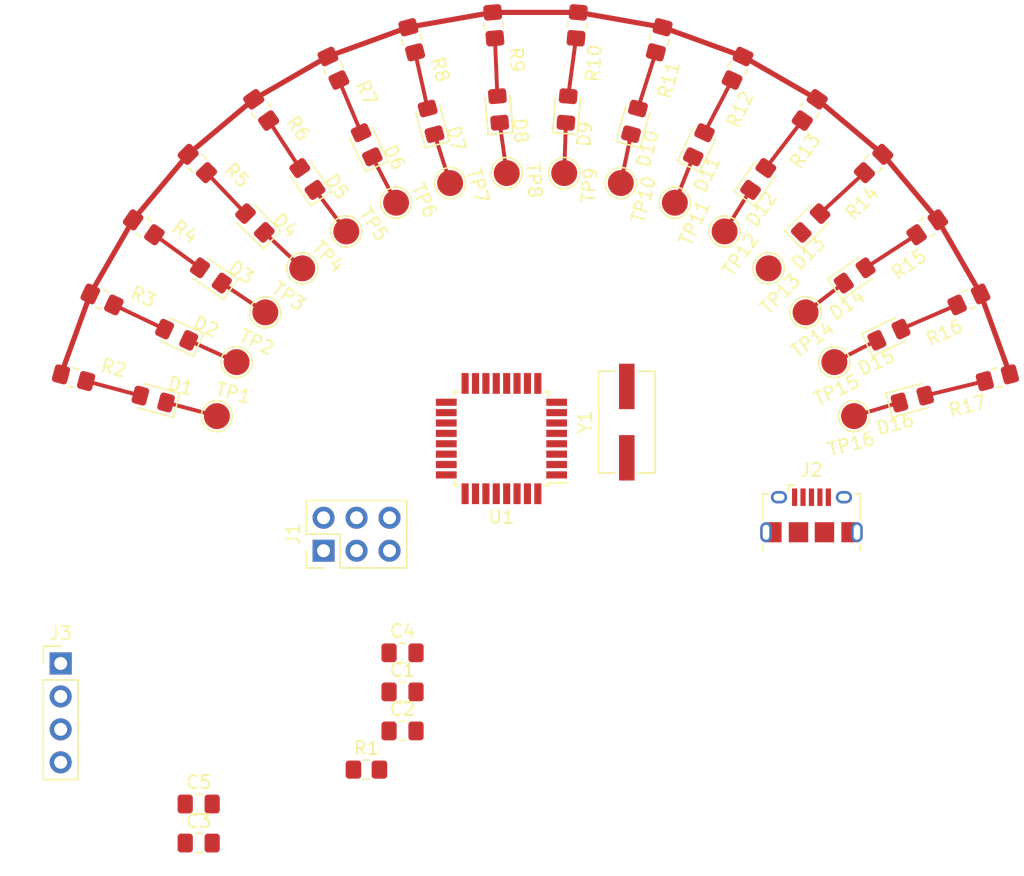
<source format=kicad_pcb>
(kicad_pcb (version 20211014) (generator pcbnew)
  (layers (0 "F.Cu" signal) (31 "B.Cu" signal) (34 "B.Paste" user) (35 "F.Paste" user) (36 "B.SilkS" user "B.Silkscreen") (37 "F.SilkS" user "F.Silkscreen") (38 "B.Mask" user) (39 "F.Mask" user) (44 "Edge.Cuts" user))
  (net 0 "")
  (net 1 "GND")
  (net 2 "Net-(C1-Pad2)")
  (net 3 "VCC")
  (net 4 "Net-(C4-Pad1)")
  (net 5 "Net-(C5-Pad1)")
  (net 6 "/LED1")
  (net 7 "Net-(D1-Pad2)")
  (net 8 "/LED0")
  (net 9 "Net-(D2-Pad2)")
  (net 10 "/LED2")
  (net 11 "Net-(D3-Pad2)")
  (net 12 "/LED3")
  (net 13 "Net-(D4-Pad2)")
  (net 14 "/LED4")
  (net 15 "Net-(D5-Pad2)")
  (net 16 "/LED5")
  (net 17 "Net-(D6-Pad2)")
  (net 18 "/LED6")
  (net 19 "Net-(D7-Pad2)")
  (net 20 "/LED7")
  (net 21 "Net-(D8-Pad2)")
  (net 22 "/LED8")
  (net 23 "Net-(D9-Pad2)")
  (net 24 "/LED9")
  (net 25 "Net-(D10-Pad2)")
  (net 26 "/LED10")
  (net 27 "Net-(D11-Pad2)")
  (net 28 "/LED11")
  (net 29 "Net-(D12-Pad2)")
  (net 30 "/LED12")
  (net 31 "Net-(D13-Pad2)")
  (net 32 "/LED13")
  (net 33 "Net-(D14-Pad2)")
  (net 34 "/LED14")
  (net 35 "Net-(D15-Pad2)")
  (net 36 "/LED15")
  (net 37 "Net-(D16-Pad2)")
  (net 38 "/SDI")
  (net 39 "/SCK")
  (net 40 "/SDO")
  (net 41 "/RESET")
  (net 46 "/ADC0")
  (net 47 "/ADC1")
  (net 49 "/RX")
  (net 50 "/TX")
  (footprint "LED_SMD:LED_0805_2012Metric_Pad1.15x1.40mm_HandSolder" (layer "F.Cu") (at 58.078562 85.026466 105)
    (fp_text reference "D7" (at -1.778 1.523999 105) (layer "F.SilkS"))
    (fp_text value "LED")
    (fp_line (start -1.86 0.96) (end 1 0.96) (layer "F.SilkS") (width 0.12))
    (fp_line (start -1.86 -0.96) (end -1.86 0.96) (layer "F.SilkS") (width 0.12))
    (fp_line (start 1 -0.96) (end -1.86 -0.96) (layer "F.SilkS") (width 0.12))
    (pad "1" smd roundrect (at -1.025 0 105) (size 1.15 1.4) (layers "F.Cu" "F.Paste" "F.Mask") (roundrect_rratio 0.217391) (net 18 "/LED6"))
    (pad "2" smd roundrect (at 1.025 0 105) (size 1.15 1.4) (layers "F.Cu" "F.Paste" "F.Mask") (roundrect_rratio 0.217391) (net 19 "Net-(D7-Pad2)"))
  )
  (footprint "LED_SMD:LED_0805_2012Metric_Pad1.15x1.40mm_HandSolder" (layer "F.Cu") (at 73.745396 85.026465 75)
    (fp_text reference "D10" (at -1.778 1.524 75) (layer "F.SilkS"))
    (fp_text value "LED")
    (fp_line (start -1.86 -0.96) (end -1.86 0.96) (layer "F.SilkS") (width 0.12))
    (fp_line (start -1.86 0.96) (end 1 0.96) (layer "F.SilkS") (width 0.12))
    (fp_line (start 1 -0.96) (end -1.86 -0.96) (layer "F.SilkS") (width 0.12))
    (pad "1" smd roundrect (at -1.025 0 75) (size 1.15 1.4) (layers "F.Cu" "F.Paste" "F.Mask") (roundrect_rratio 0.217391) (net 24 "/LED9"))
    (pad "2" smd roundrect (at 1.025 0 75) (size 1.15 1.4) (layers "F.Cu" "F.Paste" "F.Mask") (roundrect_rratio 0.217391) (net 25 "Net-(D10-Pad2)"))
  )
  (footprint "Resistor_SMD:R_0805_2012Metric_Pad1.20x1.40mm_HandSolder" (layer "F.Cu") (at 35.949316 93.191744 -35)
    (fp_text reference "R4" (at 2.793999 -1.523999 145) (layer "F.SilkS"))
    (fp_text value "R")
    (fp_line (start -0.227064 -0.735) (end 0.227064 -0.735) (layer "F.SilkS") (width 0.12))
    (fp_line (start -0.227064 0.735) (end 0.227064 0.735) (layer "F.SilkS") (width 0.12))
    (pad "1" smd roundrect (at -1 0 325) (size 1.2 1.4) (layers "F.Cu" "F.Paste" "F.Mask") (roundrect_rratio 0.208333) (net 3 "VCC"))
    (pad "2" smd roundrect (at 1 0 325) (size 1.2 1.4) (layers "F.Cu" "F.Paste" "F.Mask") (roundrect_rratio 0.208333) (net 11 "Net-(D3-Pad2)"))
  )
  (footprint "Capacitor_SMD:C_0805_2012Metric_Pad1.18x1.45mm_HandSolder" (layer "F.Cu") (at 40.18 137.634)
    (fp_text reference "C5" (at 0 -1.68) (layer "F.SilkS"))
    (fp_text value "22pF")
    (fp_line (start -0.261252 0.735) (end 0.261252 0.735) (layer "F.SilkS") (width 0.12))
    (fp_line (start -0.261252 -0.735) (end 0.261252 -0.735) (layer "F.SilkS") (width 0.12))
    (pad "1" smd roundrect (at -1.0375 0) (size 1.175 1.45) (layers "F.Cu" "F.Paste" "F.Mask") (roundrect_rratio 0.212766) (net 5 "Net-(C5-Pad1)"))
    (pad "2" smd roundrect (at 1.0375 0) (size 1.175 1.45) (layers "F.Cu" "F.Paste" "F.Mask") (roundrect_rratio 0.212766) (net 1 "GND"))
  )
  (footprint "TestPoint:TestPoint_Pad_D2.0mm" (layer "F.Cu") (at 89.138904 103.58206 -65)
    (fp_text reference "TP15" (at 2.032 0.762001 25) (layer "F.SilkS"))
    (fp_text value "TestPoint")
    (fp_circle (center 0 0) (end 0 1.2) (layer "F.SilkS") (width 0.12) (fill none))
    (pad "1" smd circle (at 0 0 295) (size 2 2) (layers "F.Cu" "F.Mask") (net 34 "/LED14"))
  )
  (footprint "Connector_PinHeader_2.54mm:PinHeader_2x03_P2.54mm_Vertical" (layer "F.Cu") (at 49.799 118.115 90)
    (fp_text reference "J1" (at 1.27 -2.33 90) (layer "F.SilkS"))
    (fp_text value "AVR-ISP-6")
    (fp_line (start -1.33 6.41) (end 3.87 6.41) (layer "F.SilkS") (width 0.12))
    (fp_line (start 1.27 -1.33) (end 3.87 -1.33) (layer "F.SilkS") (width 0.12))
    (fp_line (start -1.33 -1.33) (end 0 -1.33) (layer "F.SilkS") (width 0.12))
    (fp_line (start -1.33 0) (end -1.33 -1.33) (layer "F.SilkS") (width 0.12))
    (fp_line (start -1.33 1.27) (end -1.33 6.41) (layer "F.SilkS") (width 0.12))
    (fp_line (start 1.27 1.27) (end 1.27 -1.33) (layer "F.SilkS") (width 0.12))
    (fp_line (start 3.87 -1.33) (end 3.87 6.41) (layer "F.SilkS") (width 0.12))
    (fp_line (start -1.33 1.27) (end 1.27 1.27) (layer "F.SilkS") (width 0.12))
    (pad "1" thru_hole rect (at 0 0 90) (size 1.7 1.7) (drill 1) (layers *.Cu *.Mask) (net 38 "/SDI"))
    (pad "2" thru_hole oval (at 2.54 0 90) (size 1.7 1.7) (drill 1) (layers *.Cu *.Mask) (net 3 "VCC"))
    (pad "3" thru_hole oval (at 0 2.54 90) (size 1.7 1.7) (drill 1) (layers *.Cu *.Mask) (net 39 "/SCK"))
    (pad "4" thru_hole oval (at 2.54 2.54 90) (size 1.7 1.7) (drill 1) (layers *.Cu *.Mask) (net 40 "/SDO"))
    (pad "5" thru_hole oval (at 0 5.08 90) (size 1.7 1.7) (drill 1) (layers *.Cu *.Mask) (net 41 "/RESET"))
    (pad "6" thru_hole oval (at 2.54 5.08 90) (size 1.7 1.7) (drill 1) (layers *.Cu *.Mask) (net 1 "GND"))
  )
  (footprint "LED_SMD:LED_0805_2012Metric_Pad1.15x1.40mm_HandSolder" (layer "F.Cu") (at 87.313273 92.859883 45)
    (fp_text reference "D13" (at -1.778001 1.524 45) (layer "F.SilkS"))
    (fp_text value "LED")
    (fp_line (start 1 -0.96) (end -1.86 -0.96) (layer "F.SilkS") (width 0.12))
    (fp_line (start -1.86 -0.96) (end -1.86 0.96) (layer "F.SilkS") (width 0.12))
    (fp_line (start -1.86 0.96) (end 1 0.96) (layer "F.SilkS") (width 0.12))
    (pad "1" smd roundrect (at -1.025 0 45) (size 1.15 1.4) (layers "F.Cu" "F.Paste" "F.Mask") (roundrect_rratio 0.217391) (net 30 "/LED12"))
    (pad "2" smd roundrect (at 1.025 0 45) (size 1.15 1.4) (layers "F.Cu" "F.Paste" "F.Mask") (roundrect_rratio 0.217391) (net 31 "Net-(D13-Pad2)"))
  )
  (footprint "LED_SMD:LED_0805_2012Metric_Pad1.15x1.40mm_HandSolder" (layer "F.Cu") (at 68.549834 84.110348 85)
    (fp_text reference "D9" (at -1.778001 1.523999 85) (layer "F.SilkS"))
    (fp_text value "LED")
    (fp_line (start -1.86 0.96) (end 1 0.96) (layer "F.SilkS") (width 0.12))
    (fp_line (start 1 -0.96) (end -1.86 -0.96) (layer "F.SilkS") (width 0.12))
    (fp_line (start -1.86 -0.96) (end -1.86 0.96) (layer "F.SilkS") (width 0.12))
    (pad "1" smd roundrect (at -1.025 0 85) (size 1.15 1.4) (layers "F.Cu" "F.Paste" "F.Mask") (roundrect_rratio 0.217391) (net 22 "/LED8"))
    (pad "2" smd roundrect (at 1.025 0 85) (size 1.15 1.4) (layers "F.Cu" "F.Paste" "F.Mask") (roundrect_rratio 0.217391) (net 23 "Net-(D9-Pad2)"))
  )
  (footprint "Resistor_SMD:R_0805_2012Metric_Pad1.20x1.40mm_HandSolder" (layer "F.Cu") (at 96.288056 93.191744 -145)
    (fp_text reference "R15" (at 2.794 -1.524 35) (layer "F.SilkS"))
    (fp_text value "R")
    (fp_line (start -0.227064 0.735) (end 0.227064 0.735) (layer "F.SilkS") (width 0.12))
    (fp_line (start -0.227064 -0.735) (end 0.227064 -0.735) (layer "F.SilkS") (width 0.12))
    (pad "1" smd roundrect (at -1 0 215) (size 1.2 1.4) (layers "F.Cu" "F.Paste" "F.Mask") (roundrect_rratio 0.208333) (net 3 "VCC"))
    (pad "2" smd roundrect (at 1 0 215) (size 1.2 1.4) (layers "F.Cu" "F.Paste" "F.Mask") (roundrect_rratio 0.208333) (net 33 "Net-(D14-Pad2)"))
  )
  (footprint "TestPoint:TestPoint_Pad_D2.0mm" (layer "F.Cu") (at 59.544683 89.782048 15)
    (fp_text reference "TP7" (at 2.031999 0.762 105) (layer "F.SilkS"))
    (fp_text value "TestPoint")
    (fp_circle (center 0 0) (end 0 1.2) (layer "F.SilkS") (width 0.12) (fill none))
    (pad "1" smd circle (at 0 0 15) (size 2 2) (layers "F.Cu" "F.Mask") (net 18 "/LED6"))
  )
  (footprint "Capacitor_SMD:C_0805_2012Metric_Pad1.18x1.45mm_HandSolder" (layer "F.Cu") (at 40.18 140.644)
    (fp_text reference "C3" (at 0 -1.68) (layer "F.SilkS"))
    (fp_text value "100nF")
    (fp_line (start -0.261252 -0.735) (end 0.261252 -0.735) (layer "F.SilkS") (width 0.12))
    (fp_line (start -0.261252 0.735) (end 0.261252 0.735) (layer "F.SilkS") (width 0.12))
    (pad "1" smd roundrect (at -1.0375 0) (size 1.175 1.45) (layers "F.Cu" "F.Paste" "F.Mask") (roundrect_rratio 0.212766) (net 3 "VCC"))
    (pad "2" smd roundrect (at 1.0375 0) (size 1.175 1.45) (layers "F.Cu" "F.Paste" "F.Mask") (roundrect_rratio 0.212766) (net 1 "GND"))
  )
  (footprint "TestPoint:TestPoint_Pad_D2.0mm" (layer "F.Cu") (at 68.332442 89.013219 -5)
    (fp_text reference "TP9" (at 2.032 0.762001 85) (layer "F.SilkS"))
    (fp_text value "TestPoint")
    (fp_circle (center 0 0) (end 0 1.2) (layer "F.SilkS") (width 0.12) (fill none))
    (pad "1" smd circle (at 0 0 355) (size 2 2) (layers "F.Cu" "F.Mask") (net 22 "/LED8"))
  )
  (footprint "Resistor_SMD:R_0805_2012Metric_Pad1.20x1.40mm_HandSolder" (layer "F.Cu") (at 40.075944 88.273821 -45)
    (fp_text reference "R5" (at 2.794 -1.523999 135) (layer "F.SilkS"))
    (fp_text value "R")
    (fp_line (start -0.227064 0.735) (end 0.227064 0.735) (layer "F.SilkS") (width 0.12))
    (fp_line (start -0.227064 -0.735) (end 0.227064 -0.735) (layer "F.SilkS") (width 0.12))
    (pad "1" smd roundrect (at -1 0 315) (size 1.2 1.4) (layers "F.Cu" "F.Paste" "F.Mask") (roundrect_rratio 0.208333) (net 3 "VCC"))
    (pad "2" smd roundrect (at 1 0 315) (size 1.2 1.4) (layers "F.Cu" "F.Paste" "F.Mask") (roundrect_rratio 0.208333) (net 13 "Net-(D4-Pad2)"))
  )
  (footprint "Resistor_SMD:R_0805_2012Metric_Pad1.20x1.40mm_HandSolder" (layer "F.Cu") (at 50.553656 80.937249 -65)
    (fp_text reference "R7" (at 2.794 -1.524 115) (layer "F.SilkS"))
    (fp_text value "R")
    (fp_line (start -0.227064 0.735) (end 0.227064 0.735) (layer "F.SilkS") (width 0.12))
    (fp_line (start -0.227064 -0.735) (end 0.227064 -0.735) (layer "F.SilkS") (width 0.12))
    (pad "1" smd roundrect (at -1 0 295) (size 1.2 1.4) (layers "F.Cu" "F.Paste" "F.Mask") (roundrect_rratio 0.208333) (net 3 "VCC"))
    (pad "2" smd roundrect (at 1 0 295) (size 1.2 1.4) (layers "F.Cu" "F.Paste" "F.Mask") (roundrect_rratio 0.208333) (net 17 "Net-(D6-Pad2)"))
  )
  (footprint "LED_SMD:LED_0805_2012Metric_Pad1.15x1.40mm_HandSolder" (layer "F.Cu") (at 41.119523 96.901313 145)
    (fp_text reference "D3" (at -1.778 1.523999 145) (layer "F.SilkS"))
    (fp_text value "LED")
    (fp_line (start 1 -0.96) (end -1.86 -0.96) (layer "F.SilkS") (width 0.12))
    (fp_line (start -1.86 0.96) (end 1 0.96) (layer "F.SilkS") (width 0.12))
    (fp_line (start -1.86 -0.96) (end -1.86 0.96) (layer "F.SilkS") (width 0.12))
    (pad "1" smd roundrect (at -1.025 0 145) (size 1.15 1.4) (layers "F.Cu" "F.Paste" "F.Mask") (roundrect_rratio 0.217391) (net 10 "/LED2"))
    (pad "2" smd roundrect (at 1.025 0 145) (size 1.15 1.4) (layers "F.Cu" "F.Paste" "F.Mask") (roundrect_rratio 0.217391) (net 11 "Net-(D3-Pad2)"))
  )
  (footprint "TestPoint:TestPoint_Pad_D2.0mm" (layer "F.Cu") (at 41.584171 107.74256 75)
    (fp_text reference "TP1" (at 2.032 0.762 165) (layer "F.SilkS"))
    (fp_text value "TestPoint")
    (fp_circle (center 0 0) (end 0 1.2) (layer "F.SilkS") (width 0.12) (fill none))
    (pad "1" smd circle (at 0 0 75) (size 2 2) (layers "F.Cu" "F.Mask") (net 6 "/LED1"))
  )
  (footprint "Resistor_SMD:R_0805_2012Metric_Pad1.20x1.40mm_HandSolder" (layer "F.Cu") (at 92.16143 88.273822 -135)
    (fp_text reference "R14" (at 2.794 -1.523999 45) (layer "F.SilkS"))
    (fp_text value "R")
    (fp_line (start -0.227064 -0.735) (end 0.227064 -0.735) (layer "F.SilkS") (width 0.12))
    (fp_line (start -0.227064 0.735) (end 0.227064 0.735) (layer "F.SilkS") (width 0.12))
    (pad "1" smd roundrect (at -1 0 225) (size 1.2 1.4) (layers "F.Cu" "F.Paste" "F.Mask") (roundrect_rratio 0.208333) (net 3 "VCC"))
    (pad "2" smd roundrect (at 1 0 225) (size 1.2 1.4) (layers "F.Cu" "F.Paste" "F.Mask") (roundrect_rratio 0.208333) (net 31 "Net-(D13-Pad2)"))
  )
  (footprint "TestPoint:TestPoint_Pad_D2.0mm" (layer "F.Cu") (at 48.158174 96.356051 45)
    (fp_text reference "TP4" (at 2.031999 0.762 135) (layer "F.SilkS"))
    (fp_text value "TestPoint")
    (fp_circle (center 0 0) (end 0 1.2) (layer "F.SilkS") (width 0.12) (fill none))
    (pad "1" smd circle (at 0 0 45) (size 2 2) (layers "F.Cu" "F.Mask") (net 12 "/LED3"))
  )
  (footprint "Resistor_SMD:R_0805_2012Metric_Pad1.20x1.40mm_HandSolder" (layer "F.Cu") (at 99.498002 98.751534 -155)
    (fp_text reference "R16" (at 2.794001 -1.524 25) (layer "F.SilkS"))
    (fp_text value "R")
    (fp_line (start -0.227064 0.735) (end 0.227064 0.735) (layer "F.SilkS") (width 0.12))
    (fp_line (start -0.227064 -0.735) (end 0.227064 -0.735) (layer "F.SilkS") (width 0.12))
    (pad "1" smd roundrect (at -1 0 205) (size 1.2 1.4) (layers "F.Cu" "F.Paste" "F.Mask") (roundrect_rratio 0.208333) (net 3 "VCC"))
    (pad "2" smd roundrect (at 1 0 205) (size 1.2 1.4) (layers "F.Cu" "F.Paste" "F.Mask") (roundrect_rratio 0.208333) (net 35 "Net-(D15-Pad2)"))
  )
  (footprint "Crystal:Crystal_SMD_ECS_CSM3X-2Pin_7.6x4.1mm" (layer "F.Cu") (at 73.152 108.204 90)
    (fp_text reference "Y1" (at 0 -3.2 90) (layer "F.SilkS"))
    (fp_text value "16MHz")
    (fp_line (start -3.92 2.17) (end -3.92 0.9) (layer "F.SilkS") (width 0.12))
    (fp_line (start -3.92 2.17) (end 3.92 2.17) (layer "F.SilkS") (width 0.12))
    (fp_line (start -3.92 -2.17) (end -3.92 -0.9) (layer "F.SilkS") (width 0.12))
    (fp_line (start 3.92 -2.17) (end 3.92 -0.9) (layer "F.SilkS") (width 0.12))
    (fp_line (start 3.92 2.17) (end 3.92 0.9) (layer "F.SilkS") (width 0.12))
    (fp_line (start -3.92 -2.17) (end 3.92 -2.17) (layer "F.SilkS") (width 0.12))
    (pad "1" smd rect (at -2.75 0 90) (size 3.5 1.2) (layers "F.Cu" "F.Paste" "F.Mask") (net 4 "Net-(C4-Pad1)"))
    (pad "2" smd rect (at 2.75 0 90) (size 3.5 1.2) (layers "F.Cu" "F.Paste" "F.Mask") (net 5 "Net-(C5-Pad1)"))
  )
  (footprint "Resistor_SMD:R_0805_2012Metric_Pad1.20x1.40mm_HandSolder" (layer "F.Cu") (at 32.739371 98.751533 -25)
    (fp_text reference "R3" (at 2.793999 -1.524 155) (layer "F.SilkS"))
    (fp_text value "R")
    (fp_line (start -0.227064 0.735) (end 0.227064 0.735) (layer "F.SilkS") (width 0.12))
    (fp_line (start -0.227064 -0.735) (end 0.227064 -0.735) (layer "F.SilkS") (width 0.12))
    (pad "1" smd roundrect (at -1 0 335) (size 1.2 1.4) (layers "F.Cu" "F.Paste" "F.Mask") (roundrect_rratio 0.208333) (net 3 "VCC"))
    (pad "2" smd roundrect (at 1 0 335) (size 1.2 1.4) (layers "F.Cu" "F.Paste" "F.Mask") (roundrect_rratio 0.208333) (net 9 "Net-(D2-Pad2)"))
  )
  (footprint "Resistor_SMD:R_0805_2012Metric_Pad1.20x1.40mm_HandSolder" (layer "F.Cu") (at 101.693735 104.784258 -165)
    (fp_text reference "R17" (at 2.794 -1.524 15) (layer "F.SilkS"))
    (fp_text value "R")
    (fp_line (start -0.227064 -0.735) (end 0.227064 -0.735) (layer "F.SilkS") (width 0.12))
    (fp_line (start -0.227064 0.735) (end 0.227064 0.735) (layer "F.SilkS") (width 0.12))
    (pad "1" smd roundrect (at -1 0 195) (size 1.2 1.4) (layers "F.Cu" "F.Paste" "F.Mask") (roundrect_rratio 0.208333) (net 3 "VCC"))
    (pad "2" smd roundrect (at 1 0 195) (size 1.2 1.4) (layers "F.Cu" "F.Paste" "F.Mask") (roundrect_rratio 0.208333) (net 37 "Net-(D16-Pad2)"))
  )
  (footprint "Connector_USB:USB_Micro-B_Amphenol_10118194_Horizontal" (layer "F.Cu") (at 87.376 115.393)
    (fp_text reference "J2" (at 0 -3.5) (layer "F.SilkS"))
    (fp_text value "USB_B_Micro")
    (fp_line (start -1.31 -2.34) (end -1.76 -2.34) (layer "F.SilkS") (width 0.12))
    (fp_line (start 3.76 -1.66) (end 3.34 -1.66) (layer "F.SilkS") (width 0.12))
    (fp_line (start 3.76 2.29) (end 3.76 2.69) (layer "F.SilkS") (width 0.12))
    (fp_line (start -3.76 0.32) (end -3.76 -1.66) (layer "F.SilkS") (width 0.12))
    (fp_line (start -3.76 2.69) (end -3.76 2.29) (layer "F.SilkS") (width 0.12))
    (fp_line (start 3.76 0.32) (end 3.76 -1.66) (layer "F.SilkS") (width 0.12))
    (fp_line (start -3.76 -1.66) (end -3.34 -1.66) (layer "F.SilkS") (width 0.12))
    (fp_line (start -1.76 -1.89) (end -1.76 -2.34) (layer "F.SilkS") (width 0.12))
    (pad "1" smd rect (at -1.3 -1.4) (size 0.4 1.35) (layers "F.Cu" "F.Paste" "F.Mask") (net 3 "VCC"))
    (pad "2" smd rect (at -0.65 -1.4) (size 0.4 1.35) (layers "F.Cu" "F.Paste" "F.Mask"))
    (pad "3" smd rect (at 0 -1.4) (size 0.4 1.35) (layers "F.Cu" "F.Paste" "F.Mask"))
    (pad "4" smd rect (at 0.65 -1.4) (size 0.4 1.35) (layers "F.Cu" "F.Paste" "F.Mask"))
    (pad "5" smd rect (at 1.3 -1.4) (size 0.4 1.35) (layers "F.Cu" "F.Paste" "F.Mask") (net 1 "GND"))
    (pad "6" smd rect (at -1 1.3) (size 1.5 1.55) (layers "F.Cu" "F.Paste" "F.Mask"))
    (pad "6" smd rect (at 2.9 1.3) (size 1.2 1.55) (layers "F.Cu" "F.Paste" "F.Mask"))
    (pad "6" thru_hole oval (at -3.5 1.3) (size 0.89 1.55) (drill oval 0.5 1.15) (layers *.Cu *.Mask))
    (pad "6" thru_hole oval (at 3.5 1.3) (size 0.89 1.55) (drill oval 0.5 1.15) (layers *.Cu *.Mask))
    (pad "6" thru_hole oval (at 2.5 -1.4) (size 1.25 0.95) (drill oval 0.85 0.55) (layers *.Cu *.Mask))
    (pad "6" smd rect (at -2.9 1.3) (size 1.2 1.55) (layers "F.Cu" "F.Paste" "F.Mask"))
    (pad "6" thru_hole oval (at -2.5 -1.4) (size 1.25 0.95) (drill oval 0.85 0.55) (layers *.Cu *.Mask))
    (pad "6" smd rect (at 1 1.3) (size 1.5 1.55) (layers "F.Cu" "F.Paste" "F.Mask"))
  )
  (footprint "LED_SMD:LED_0805_2012Metric_Pad1.15x1.40mm_HandSolder" (layer "F.Cu") (at 83.271843 89.468721 55)
    (fp_text reference "D12" (at -1.778001 1.524 55) (layer "F.SilkS"))
    (fp_text value "LED")
    (fp_line (start 1 -0.96) (end -1.86 -0.96) (layer "F.SilkS") (width 0.12))
    (fp_line (start -1.86 -0.96) (end -1.86 0.96) (layer "F.SilkS") (width 0.12))
    (fp_line (start -1.86 0.96) (end 1 0.96) (layer "F.SilkS") (width 0.12))
    (pad "1" smd roundrect (at -1.025 0 55) (size 1.15 1.4) (layers "F.Cu" "F.Paste" "F.Mask") (roundrect_rratio 0.217391) (net 28 "/LED11"))
    (pad "2" smd roundrect (at 1.025 0 55) (size 1.15 1.4) (layers "F.Cu" "F.Paste" "F.Mask") (roundrect_rratio 0.217391) (net 29 "Net-(D12-Pad2)"))
  )
  (footprint "TestPoint:TestPoint_Pad_D2.0mm" (layer "F.Cu") (at 45.312225 99.747723 55)
    (fp_text reference "TP3" (at 2.032 0.761999 145) (layer "F.SilkS"))
    (fp_text value "TestPoint")
    (fp_circle (center 0 0) (end 0 1.2) (layer "F.SilkS") (width 0.12) (fill none))
    (pad "1" smd circle (at 0 0 55) (size 2 2) (layers "F.Cu" "F.Mask") (net 10 "/LED2"))
  )
  (footprint "Capacitor_SMD:C_0805_2012Metric_Pad1.18x1.45mm_HandSolder" (layer "F.Cu") (at 55.88 132.004)
    (fp_text reference "C2" (at 0 -1.68) (layer "F.SilkS"))
    (fp_text value "100nF")
    (fp_line (start -0.261252 -0.735) (end 0.261252 -0.735) (layer "F.SilkS") (width 0.12))
    (fp_line (start -0.261252 0.735) (end 0.261252 0.735) (layer "F.SilkS") (width 0.12))
    (pad "1" smd roundrect (at -1.0375 0) (size 1.175 1.45) (layers "F.Cu" "F.Paste" "F.Mask") (roundrect_rratio 0.212766) (net 1 "GND"))
    (pad "2" smd roundrect (at 1.0375 0) (size 1.175 1.45) (layers "F.Cu" "F.Paste" "F.Mask") (roundrect_rratio 0.212766) (net 3 "VCC"))
  )
  (footprint "TestPoint:TestPoint_Pad_D2.0mm" (layer "F.Cu") (at 86.925149 99.747723 -55)
    (fp_text reference "TP14" (at 2.032 0.762001 35) (layer "F.SilkS"))
    (fp_text value "TestPoint")
    (fp_circle (center 0 0) (end 0 1.2) (layer "F.SilkS") (width 0.12) (fill none))
    (pad "1" smd circle (at 0 0 305) (size 2 2) (layers "F.Cu" "F.Mask") (net 32 "/LED13"))
  )
  (footprint "TestPoint:TestPoint_Pad_D2.0mm" (layer "F.Cu") (at 63.904931 89.013219 5)
    (fp_text reference "TP8" (at 2.031999 0.762 95) (layer "F.SilkS"))
    (fp_text value "TestPoint")
    (fp_circle (center 0 0) (end 0 1.2) (layer "F.SilkS") (width 0.12) (fill none))
    (pad "1" smd circle (at 0 0 5) (size 2 2) (layers "F.Cu" "F.Mask") (net 20 "/LED7"))
  )
  (footprint "Capacitor_SMD:C_0805_2012Metric_Pad1.18x1.45mm_HandSolder" (layer "F.Cu") (at 55.88 128.994)
    (fp_text reference "C1" (at 0 -1.68) (layer "F.SilkS"))
    (fp_text value "100nF")
    (fp_line (start -0.261252 0.735) (end 0.261252 0.735) (layer "F.SilkS") (width 0.12))
    (fp_line (start -0.261252 -0.735) (end 0.261252 -0.735) (layer "F.SilkS") (width 0.12))
    (pad "1" smd roundrect (at -1.0375 0) (size 1.175 1.45) (layers "F.Cu" "F.Paste" "F.Mask") (roundrect_rratio 0.212766) (net 1 "GND"))
    (pad "2" smd roundrect (at 1.0375 0) (size 1.175 1.45) (layers "F.Cu" "F.Paste" "F.Mask") (roundrect_rratio 0.212766) (net 2 "Net-(C1-Pad2)"))
  )
  (footprint "LED_SMD:LED_0805_2012Metric_Pad1.15x1.40mm_HandSolder" (layer "F.Cu") (at 95.146689 106.427759 15)
    (fp_text reference "D16" (at -1.778001 1.524 15) (layer "F.SilkS"))
    (fp_text value "LED")
    (fp_line (start -1.86 -0.96) (end -1.86 0.96) (layer "F.SilkS") (width 0.12))
    (fp_line (start 1 -0.96) (end -1.86 -0.96) (layer "F.SilkS") (width 0.12))
    (fp_line (start -1.86 0.96) (end 1 0.96) (layer "F.SilkS") (width 0.12))
    (pad "1" smd roundrect (at -1.025 0 15) (size 1.15 1.4) (layers "F.Cu" "F.Paste" "F.Mask") (roundrect_rratio 0.217391) (net 36 "/LED15"))
    (pad "2" smd roundrect (at 1.025 0 15) (size 1.15 1.4) (layers "F.Cu" "F.Paste" "F.Mask") (roundrect_rratio 0.217391) (net 37 "Net-(D16-Pad2)"))
  )
  (footprint "LED_SMD:LED_0805_2012Metric_Pad1.15x1.40mm_HandSolder" (layer "F.Cu") (at 63.274123 84.110348 95)
    (fp_text reference "D8" (at -1.778 1.524 95) (layer "F.SilkS"))
    (fp_text value "LED")
    (fp_line (start -1.86 -0.96) (end -1.86 0.96) (layer "F.SilkS") (width 0.12))
    (fp_line (start 1 -0.96) (end -1.86 -0.96) (layer "F.SilkS") (width 0.12))
    (fp_line (start -1.86 0.96) (end 1 0.96) (layer "F.SilkS") (width 0.12))
    (pad "1" smd roundrect (at -1.025 0 95) (size 1.15 1.4) (layers "F.Cu" "F.Paste" "F.Mask") (roundrect_rratio 0.217391) (net 20 "/LED7"))
    (pad "2" smd roundrect (at 1.025 0 95) (size 1.15 1.4) (layers "F.Cu" "F.Paste" "F.Mask") (roundrect_rratio 0.217391) (net 21 "Net-(D8-Pad2)"))
  )
  (footprint "Connector_PinHeader_2.54mm:PinHeader_1x04_P2.54mm_Vertical" (layer "F.Cu") (at 29.55 126.804)
    (fp_text reference "J3" (at 0 -2.33) (layer "F.SilkS"))
    (fp_text value "Conn_01x04")
    (fp_line (start 1.33 1.27) (end 1.33 8.95) (layer "F.SilkS") (width 0.12))
    (fp_line (start -1.33 -1.33) (end 0 -1.33) (layer "F.SilkS") (width 0.12))
    (fp_line (start -1.33 1.27) (end 1.33 1.27) (layer "F.SilkS") (width 0.12))
    (fp_line (start -1.33 8.95) (end 1.33 8.95) (layer "F.SilkS") (width 0.12))
    (fp_line (start -1.33 0) (end -1.33 -1.33) (layer "F.SilkS") (width 0.12))
    (fp_line (start -1.33 1.27) (end -1.33 8.95) (layer "F.SilkS") (width 0.12))
    (pad "1" thru_hole rect (at 0 0) (size 1.7 1.7) (drill 1) (layers *.Cu *.Mask) (net 3 "VCC"))
    (pad "2" thru_hole oval (at 0 2.54) (size 1.7 1.7) (drill 1) (layers *.Cu *.Mask) (net 46 "/ADC0"))
    (pad "3" thru_hole oval (at 0 5.08) (size 1.7 1.7) (drill 1) (layers *.Cu *.Mask) (net 47 "/ADC1"))
    (pad "4" thru_hole oval (at 0 7.62) (size 1.7 1.7) (drill 1) (layers *.Cu *.Mask) (net 1 "GND"))
  )
  (footprint "TestPoint:TestPoint_Pad_D2.0mm" (layer "F.Cu") (at 84.079199 96.356052 -45)
    (fp_text reference "TP13" (at 2.032 0.762001 45) (layer "F.SilkS"))
    (fp_text value "TestPoint")
    (fp_circle (center 0 0) (end 0 1.2) (layer "F.SilkS") (width 0.12) (fill none))
    (pad "1" smd circle (at 0 0 315) (size 2 2) (layers "F.Cu" "F.Mask") (net 30 "/LED12"))
  )
  (footprint "Resistor_SMD:R_0805_2012Metric_Pad1.20x1.40mm_HandSolder" (layer "F.Cu") (at 44.993867 84.147195 -55)
    (fp_text reference "R6" (at 2.794 -1.524 125) (layer "F.SilkS"))
    (fp_text value "R")
    (fp_line (start -0.227064 -0.735) (end 0.227064 -0.735) (layer "F.SilkS") (width 0.12))
    (fp_line (start -0.227064 0.735) (end 0.227064 0.735) (layer "F.SilkS") (width 0.12))
    (pad "1" smd roundrect (at -1 0 305) (size 1.2 1.4) (layers "F.Cu" "F.Paste" "F.Mask") (roundrect_rratio 0.208333) (net 3 "VCC"))
    (pad "2" smd roundrect (at 1 0 305) (size 1.2 1.4) (layers "F.Cu" "F.Paste" "F.Mask") (roundrect_rratio 0.208333) (net 15 "Net-(D5-Pad2)"))
  )
  (footprint "LED_SMD:LED_0805_2012Metric_Pad1.15x1.40mm_HandSolder" (layer "F.Cu") (at 90.704434 96.901312 35)
    (fp_text reference "D14" (at -1.778001 1.524 35) (layer "F.SilkS"))
    (fp_text value "LED")
    (fp_line (start -1.86 -0.96) (end -1.86 0.96) (layer "F.SilkS") (width 0.12))
    (fp_line (start -1.86 0.96) (end 1 0.96) (layer "F.SilkS") (width 0.12))
    (fp_line (start 1 -0.96) (end -1.86 -0.96) (layer "F.SilkS") (width 0.12))
    (pad "1" smd roundrect (at -1.025 0 35) (size 1.15 1.4) (layers "F.Cu" "F.Paste" "F.Mask") (roundrect_rratio 0.217391) (net 32 "/LED13"))
    (pad "2" smd roundrect (at 1.025 0 35) (size 1.15 1.4) (layers "F.Cu" "F.Paste" "F.Mask") (roundrect_rratio 0.217391) (net 33 "Net-(D14-Pad2)"))
  )
  (footprint "TestPoint:TestPoint_Pad_D2.0mm" (layer "F.Cu") (at 76.85319 91.296347 -25)
    (fp_text reference "TP11" (at 2.032 0.762 65) (layer "F.SilkS"))
    (fp_text value "TestPoint")
    (fp_circle (center 0 0) (end 0 1.2) (layer "F.SilkS") (width 0.12) (fill none))
    (pad "1" smd circle (at 0 0 335) (size 2 2) (layers "F.Cu" "F.Mask") (net 26 "/LED10"))
  )
  (footprint "LED_SMD:LED_0805_2012Metric_Pad1.15x1.40mm_HandSolder" (layer "F.Cu") (at 53.121014 86.830865 115)
    (fp_text reference "D6" (at -1.778 1.524 115) (layer "F.SilkS"))
    (fp_text value "LED")
    (fp_line (start -1.86 0.96) (end 1 0.96) (layer "F.SilkS") (width 0.12))
    (fp_line (start -1.86 -0.96) (end -1.86 0.96) (layer "F.SilkS") (width 0.12))
    (fp_line (start 1 -0.96) (end -1.86 -0.96) (layer "F.SilkS") (width 0.12))
    (pad "1" smd roundrect (at -1.025 0 115) (size 1.15 1.4) (layers "F.Cu" "F.Paste" "F.Mask") (roundrect_rratio 0.217391) (net 16 "/LED5"))
    (pad "2" smd roundrect (at 1.025 0 115) (size 1.15 1.4) (layers "F.Cu" "F.Paste" "F.Mask") (roundrect_rratio 0.217391) (net 17 "Net-(D6-Pad2)"))
  )
  (footprint "Resistor_SMD:R_0805_2012Metric_Pad1.20x1.40mm_HandSolder" (layer "F.Cu") (at 62.908741 77.626713 -85)
    (fp_text reference "R9" (at 2.794 -1.523999 95) (layer "F.SilkS"))
    (fp_text value "R")
    (fp_line (start -0.227064 -0.735) (end 0.227064 -0.735) (layer "F.SilkS") (width 0.12))
    (fp_line (start -0.227064 0.735) (end 0.227064 0.735) (layer "F.SilkS") (width 0.12))
    (pad "1" smd roundrect (at -1 0 275) (size 1.2 1.4) (layers "F.Cu" "F.Paste" "F.Mask") (roundrect_rratio 0.208333) (net 3 "VCC"))
    (pad "2" smd roundrect (at 1 0 275) (size 1.2 1.4) (layers "F.Cu" "F.Paste" "F.Mask") (roundrect_rratio 0.208333) (net 21 "Net-(D8-Pad2)"))
  )
  (footprint "TestPoint:TestPoint_Pad_D2.0mm" (layer "F.Cu") (at 72.692691 89.782048 -15)
    (fp_text reference "TP10" (at 2.032 0.762 75) (layer "F.SilkS"))
    (fp_text value "TestPoint")
    (fp_circle (center 0 0) (end 0 1.2) (layer "F.SilkS") (width 0.12) (fill none))
    (pad "1" smd circle (at 0 0 345) (size 2 2) (layers "F.Cu" "F.Mask") (net 24 "/LED9"))
  )
  (footprint "Resistor_SMD:R_0805_2012Metric_Pad1.20x1.40mm_HandSolder" (layer "F.Cu") (at 69.328632 77.626713 -95)
    (fp_text reference "R10" (at 2.794001 -1.524 85) (layer "F.SilkS"))
    (fp_text value "R")
    (fp_line (start -0.227064 -0.735) (end 0.227064 -0.735) (layer "F.SilkS") (width 0.12))
    (fp_line (start -0.227064 0.735) (end 0.227064 0.735) (layer "F.SilkS") (width 0.12))
    (pad "1" smd roundrect (at -1 0 265) (size 1.2 1.4) (layers "F.Cu" "F.Paste" "F.Mask") (roundrect_rratio 0.208333) (net 3 "VCC"))
    (pad "2" smd roundrect (at 1 0 265) (size 1.2 1.4) (layers "F.Cu" "F.Paste" "F.Mask") (roundrect_rratio 0.208333) (net 23 "Net-(D9-Pad2)"))
  )
  (footprint "TestPoint:TestPoint_Pad_D2.0mm" (layer "F.Cu") (at 43.098469 103.582061 65)
    (fp_text reference "TP2" (at 2.031999 0.761999 155) (layer "F.SilkS"))
    (fp_text value "TestPoint")
    (fp_circle (center 0 0) (end 0 1.2) (layer "F.SilkS") (width 0.12) (fill none))
    (pad "1" smd circle (at 0 0 65) (size 2 2) (layers "F.Cu" "F.Mask") (net 8 "/LED0"))
  )
  (footprint "Resistor_SMD:R_0805_2012Metric_Pad1.20x1.40mm_HandSolder" (layer "F.Cu") (at 81.683717 80.937248 -115)
    (fp_text reference "R12" (at 2.794 -1.524 65) (layer "F.SilkS"))
    (fp_text value "R")
    (fp_line (start -0.227064 0.735) (end 0.227064 0.735) (layer "F.SilkS") (width 0.12))
    (fp_line (start -0.227064 -0.735) (end 0.227064 -0.735) (layer "F.SilkS") (width 0.12))
    (pad "1" smd roundrect (at -1 0 245) (size 1.2 1.4) (layers "F.Cu" "F.Paste" "F.Mask") (roundrect_rratio 0.208333) (net 3 "VCC"))
    (pad "2" smd roundrect (at 1 0 245) (size 1.2 1.4) (layers "F.Cu" "F.Paste" "F.Mask") (roundrect_rratio 0.208333) (net 27 "Net-(D11-Pad2)"))
  )
  (footprint "Capacitor_SMD:C_0805_2012Metric_Pad1.18x1.45mm_HandSolder" (layer "F.Cu") (at 55.88 125.984)
    (fp_text reference "C4" (at 0 -1.68) (layer "F.SilkS"))
    (fp_text value "22pF")
    (fp_line (start -0.261252 -0.735) (end 0.261252 -0.735) (layer "F.SilkS") (width 0.12))
    (fp_line (start -0.261252 0.735) (end 0.261252 0.735) (layer "F.SilkS") (width 0.12))
    (pad "1" smd roundrect (at -1.0375 0) (size 1.175 1.45) (layers "F.Cu" "F.Paste" "F.Mask") (roundrect_rratio 0.212766) (net 4 "Net-(C4-Pad1)"))
    (pad "2" smd roundrect (at 1.0375 0) (size 1.175 1.45) (layers "F.Cu" "F.Paste" "F.Mask") (roundrect_rratio 0.212766) (net 1 "GND"))
  )
  (footprint "LED_SMD:LED_0805_2012Metric_Pad1.15x1.40mm_HandSolder" (layer "F.Cu") (at 48.552113 89.468721 125)
    (fp_text reference "D5" (at -1.778 1.524 125) (layer "F.SilkS"))
    (fp_text value "LED")
    (fp_line (start -1.86 -0.96) (end -1.86 0.96) (layer "F.SilkS") (width 0.12))
    (fp_line (start 1 -0.96) (end -1.86 -0.96) (layer "F.SilkS") (width 0.12))
    (fp_line (start -1.86 0.96) (end 1 0.96) (layer "F.SilkS") (width 0.12))
    (pad "1" smd roundrect (at -1.025 0 125) (size 1.15 1.4) (layers "F.Cu" "F.Paste" "F.Mask") (roundrect_rratio 0.217391) (net 14 "/LED4"))
    (pad "2" smd roundrect (at 1.025 0 125) (size 1.15 1.4) (layers "F.Cu" "F.Paste" "F.Mask") (roundrect_rratio 0.217391) (net 15 "Net-(D5-Pad2)"))
  )
  (footprint "Resistor_SMD:R_0805_2012Metric_Pad1.20x1.40mm_HandSolder" (layer "F.Cu") (at 87.243506 84.147194 -125)
    (fp_text reference "R13" (at 2.794 -1.524 55) (layer "F.SilkS"))
    (fp_text value "R")
    (fp_line (start -0.227064 0.735) (end 0.227064 0.735) (layer "F.SilkS") (width 0.12))
    (fp_line (start -0.227064 -0.735) (end 0.227064 -0.735) (layer "F.SilkS") (width 0.12))
    (pad "1" smd roundrect (at -1 0 235) (size 1.2 1.4) (layers "F.Cu" "F.Paste" "F.Mask") (roundrect_rratio 0.208333) (net 3 "VCC"))
    (pad "2" smd roundrect (at 1 0 235) (size 1.2 1.4) (layers "F.Cu" "F.Paste" "F.Mask") (roundrect_rratio 0.208333) (net 29 "Net-(D12-Pad2)"))
  )
  (footprint "Package_QFP:TQFP-32_7x7mm_P0.8mm" (layer "F.Cu") (at 63.5 109.474 180)
    (fp_text reference "U1" (at 0 -6.05) (layer "F.SilkS"))
    (fp_text value "ATmega48PB-A")
    (fp_line (start 3.625 3.625) (end 3.3 3.625) (layer "F.SilkS") (width 0.15))
    (fp_line (start -3.625 -3.625) (end -3.625 -3.4) (layer "F.SilkS") (width 0.15))
    (fp_line (start 3.625 -3.625) (end 3.625 -3.3) (layer "F.SilkS") (width 0.15))
    (fp_line (start -3.625 3.625) (end -3.3 3.625) (layer "F.SilkS") (width 0.15))
    (fp_line (start 3.625 3.625) (end 3.625 3.3) (layer "F.SilkS") (width 0.15))
    (fp_line (start -3.625 3.625) (end -3.625 3.3) (layer "F.SilkS") (width 0.15))
    (fp_line (start -3.625 -3.4) (end -5.05 -3.4) (layer "F.SilkS") (width 0.15))
    (fp_line (start 3.625 -3.625) (end 3.3 -3.625) (layer "F.SilkS") (width 0.15))
    (fp_line (start -3.625 -3.625) (end -3.3 -3.625) (layer "F.SilkS") (width 0.15))
    (pad "1" smd rect (at -4.25 -2.8 180) (size 1.6 0.55) (layers "F.Cu" "F.Paste" "F.Mask") (net 36 "/LED15"))
    (pad "2" smd rect (at -4.25 -2 180) (size 1.6 0.55) (layers "F.Cu" "F.Paste" "F.Mask") (net 34 "/LED14"))
    (pad "3" smd rect (at -4.25 -1.2 180) (size 1.6 0.55) (layers "F.Cu" "F.Paste" "F.Mask") (net 32 "/LED13"))
    (pad "4" smd rect (at -4.25 -0.4 180) (size 1.6 0.55) (layers "F.Cu" "F.Paste" "F.Mask") (net 3 "VCC"))
    (pad "5" smd rect (at -4.25 0.4 180) (size 1.6 0.55) (layers "F.Cu" "F.Paste" "F.Mask") (net 1 "GND"))
    (pad "6" smd rect (at -4.25 1.2 180) (size 1.6 0.55) (layers "F.Cu" "F.Paste" "F.Mask") (net 30 "/LED12"))
    (pad "7" smd rect (at -4.25 2 180) (size 1.6 0.55) (layers "F.Cu" "F.Paste" "F.Mask") (net 4 "Net-(C4-Pad1)"))
    (pad "8" smd rect (at -4.25 2.8 180) (size 1.6 0.55) (layers "F.Cu" "F.Paste" "F.Mask") (net 5 "Net-(C5-Pad1)"))
    (pad "9" smd rect (at -2.8 4.25 270) (size 1.6 0.55) (layers "F.Cu" "F.Paste" "F.Mask") (net 28 "/LED11"))
    (pad "10" smd rect (at -2 4.25 270) (size 1.6 0.55) (layers "F.Cu" "F.Paste" "F.Mask") (net 26 "/LED10"))
    (pad "11" smd rect (at -1.2 4.25 270) (size 1.6 0.55) (layers "F.Cu" "F.Paste" "F.Mask") (net 24 "/LED9"))
    (pad "12" smd rect (at -0.4 4.25 270) (size 1.6 0.55) (layers "F.Cu" "F.Paste" "F.Mask") (net 22 "/LED8"))
    (pad "13" smd rect (at 0.4 4.25 270) (size 1.6 0.55) (layers "F.Cu" "F.Paste" "F.Mask") (net 20 "/LED7"))
    (pad "14" smd rect (at 1.2 4.25 270) (size 1.6 0.55) (layers "F.Cu" "F.Paste" "F.Mask"))
    (pad "15" smd rect (at 2 4.25 270) (size 1.6 0.55) (layers "F.Cu" "F.Paste" "F.Mask") (net 40 "/SDO"))
    (pad "16" smd rect (at 2.8 4.25 270) (size 1.6 0.55) (layers "F.Cu" "F.Paste" "F.Mask") (net 38 "/SDI"))
    (pad "17" smd rect (at 4.25 2.8 180) (size 1.6 0.55) (layers "F.Cu" "F.Paste" "F.Mask") (net 39 "/SCK"))
    (pad "18" smd rect (at 4.25 2 180) (size 1.6 0.55) (layers "F.Cu" "F.Paste" "F.Mask") (net 3 "VCC"))
    (pad "19" smd rect (at 4.25 1.2 180) (size 1.6 0.55) (layers "F.Cu" "F.Paste" "F.Mask") (net 18 "/LED6"))
    (pad "20" smd rect (at 4.25 0.4 180) (size 1.6 0.55) (layers "F.Cu" "F.Paste" "F.Mask") (net 2 "Net-(C1-Pad2)"))
    (pad "21" smd rect (at 4.25 -0.4 180) (size 1.6 0.55) (layers "F.Cu" "F.Paste" "F.Mask") (net 1 "GND"))
    (pad "22" smd rect (at 4.25 -1.2 180) (size 1.6 0.55) (layers "F.Cu" "F.Paste" "F.Mask") (net 16 "/LED5"))
    (pad "23" smd rect (at 4.25 -2 180) (size 1.6 0.55) (layers "F.Cu" "F.Paste" "F.Mask") (net 46 "/ADC0"))
    (pad "24" smd rect (at 4.25 -2.8 180) (size 1.6 0.55) (layers "F.Cu" "F.Paste" "F.Mask") (net 47 "/ADC1"))
    (pad "25" smd rect (at 2.8 -4.25 270) (size 1.6 0.55) (layers "F.Cu" "F.Paste" "F.Mask") (net 14 "/LED4"))
    (pad "26" smd rect (at 2 -4.25 270) (size 1.6 0.55) (layers "F.Cu" "F.Paste" "F.Mask") (net 12 "/LED3"))
    (pad "27" smd rect (at 1.2 -4.25 270) (size 1.6 0.55) (layers "F.Cu" "F.Paste" "F.Mask") (net 10 "/LED2"))
    (pad "28" smd rect (at 0.4 -4.25 270) (size 1.6 0.55) (layers "F.Cu" "F.Paste" "F.Mask") (net 6 "/LED1"))
    (pad "29" smd rect (at -0.4 -4.25 270) (size 1.6 0.55) (layers "F.Cu" "F.Paste" "F.Mask") (net 41 "/RESET"))
    (pad "30" smd rect (at -1.2 -4.25 270) (size 1.6 0.55) (layers "F.Cu" "F.Paste" "F.Mask") (net 49 "/RX"))
    (pad "31" smd rect (at -2 -4.25 270) (size 1.6 0.55) (layers "F.Cu" "F.Paste" "F.Mask") (net 50 "/TX"))
    (pad "32" smd rect (at -2.8 -4.25 270) (size 1.6 0.55) (layers "F.Cu" "F.Paste" "F.Mask") (net 8 "/LED0"))
  )
  (footprint "Resistor_SMD:R_0805_2012Metric_Pad1.20x1.40mm_HandSolder" (layer "F.Cu") (at 75.650993 78.741516 -105)
    (fp_text reference "R11" (at 2.794 -1.524 75) (layer "F.SilkS"))
    (fp_text value "R")
    (fp_line (start -0.227064 -0.735) (end 0.227064 -0.735) (layer "F.SilkS") (width 0.12))
    (fp_line (start -0.227064 0.735) (end 0.227064 0.735) (layer "F.SilkS") (width 0.12))
    (pad "1" smd roundrect (at -1 0 255) (size 1.2 1.4) (layers "F.Cu" "F.Paste" "F.Mask") (roundrect_rratio 0.208333) (net 3 "VCC"))
    (pad "2" smd roundrect (at 1 0 255) (size 1.2 1.4) (layers "F.Cu" "F.Paste" "F.Mask") (roundrect_rratio 0.208333) (net 25 "Net-(D10-Pad2)"))
  )
  (footprint "LED_SMD:LED_0805_2012Metric_Pad1.15x1.40mm_HandSolder" (layer "F.Cu") (at 38.481667 101.470213 155)
    (fp_text reference "D2" (at -1.778 1.523999 155) (layer "F.SilkS"))
    (fp_text value "LED")
    (fp_line (start -1.86 -0.96) (end -1.86 0.96) (layer "F.SilkS") (width 0.12))
    (fp_line (start -1.86 0.96) (end 1 0.96) (layer "F.SilkS") (width 0.12))
    (fp_line (start 1 -0.96) (end -1.86 -0.96) (layer "F.SilkS") (width 0.12))
    (pad "1" smd roundrect (at -1.025 0 155) (size 1.15 1.4) (layers "F.Cu" "F.Paste" "F.Mask") (roundrect_rratio 0.217391) (net 8 "/LED0"))
    (pad "2" smd roundrect (at 1.025 0 155) (size 1.15 1.4) (layers "F.Cu" "F.Paste" "F.Mask") (roundrect_rratio 0.217391) (net 9 "Net-(D2-Pad2)"))
  )
  (footprint "LED_SMD:LED_0805_2012Metric_Pad1.15x1.40mm_HandSolder" (layer "F.Cu") (at 93.34229 101.470213 25)
    (fp_text reference "D15" (at -1.778001 1.524 25) (layer "F.SilkS"))
    (fp_text value "LED")
    (fp_line (start -1.86 0.96) (end 1 0.96) (layer "F.SilkS") (width 0.12))
    (fp_line (start 1 -0.96) (end -1.86 -0.96) (layer "F.SilkS") (width 0.12))
    (fp_line (start -1.86 -0.96) (end -1.86 0.96) (layer "F.SilkS") (width 0.12))
    (pad "1" smd roundrect (at -1.025 0 25) (size 1.15 1.4) (layers "F.Cu" "F.Paste" "F.Mask") (roundrect_rratio 0.217391) (net 34 "/LED14"))
    (pad "2" smd roundrect (at 1.025 0 25) (size 1.15 1.4) (layers "F.Cu" "F.Paste" "F.Mask") (roundrect_rratio 0.217391) (net 35 "Net-(D15-Pad2)"))
  )
  (footprint "Resistor_SMD:R_0805_2012Metric_Pad1.20x1.40mm_HandSolder" (layer "F.Cu") (at 53.1 134.984)
    (fp_text reference "R1" (at 0 -1.65) (layer "F.SilkS"))
    (fp_text value "4.8K")
    (fp_line (start -0.227064 0.735) (end 0.227064 0.735) (layer "F.SilkS") (width 0.12))
    (fp_line (start -0.227064 -0.735) (end 0.227064 -0.735) (layer "F.SilkS") (width 0.12))
    (pad "1" smd roundrect (at -1 0) (size 1.2 1.4) (layers "F.Cu" "F.Paste" "F.Mask") (roundrect_rratio 0.208333) (net 41 "/RESET"))
    (pad "2" smd roundrect (at 1 0) (size 1.2 1.4) (layers "F.Cu" "F.Paste" "F.Mask") (roundrect_rratio 0.208333) (net 3 "VCC"))
  )
  (footprint "LED_SMD:LED_0805_2012Metric_Pad1.15x1.40mm_HandSolder" (layer "F.Cu") (at 36.677268 106.427759 165)
    (fp_text reference "D1" (at -1.778 1.524 165) (layer "F.SilkS"))
    (fp_text value "LED")
    (fp_line (start -1.86 0.96) (end 1 0.96) (layer "F.SilkS") (width 0.12))
    (fp_line (start -1.86 -0.96) (end -1.86 0.96) (layer "F.SilkS") (width 0.12))
    (fp_line (start 1 -0.96) (end -1.86 -0.96) (layer "F.SilkS") (width 0.12))
    (pad "1" smd roundrect (at -1.025 0 165) (size 1.15 1.4) (layers "F.Cu" "F.Paste" "F.Mask") (roundrect_rratio 0.217391) (net 6 "/LED1"))
    (pad "2" smd roundrect (at 1.025 0 165) (size 1.15 1.4) (layers "F.Cu" "F.Paste" "F.Mask") (roundrect_rratio 0.217391) (net 7 "Net-(D1-Pad2)"))
  )
  (footprint "TestPoint:TestPoint_Pad_D2.0mm" (layer "F.Cu") (at 80.687528 93.510102 -35)
    (fp_text reference "TP12" (at 2.032 0.762 55) (layer "F.SilkS"))
    (fp_text value "TestPoint")
    (fp_circle (center 0 0) (end 0 1.2) (layer "F.SilkS") (width 0.12) (fill none))
    (pad "1" smd circle (at 0 0 325) (size 2 2) (layers "F.Cu" "F.Mask") (net 28 "/LED11"))
  )
  (footprint "LED_SMD:LED_0805_2012Metric_Pad1.15x1.40mm_HandSolder" (layer "F.Cu") (at 78.702942 86.830865 65)
    (fp_text reference "D11" (at -1.778001 1.524 65) (layer "F.SilkS"))
    (fp_text value "LED")
    (fp_line (start -1.86 0.96) (end 1 0.96) (layer "F.SilkS") (width 0.12))
    (fp_line (start 1 -0.96) (end -1.86 -0.96) (layer "F.SilkS") (width 0.12))
    (fp_line (start -1.86 -0.96) (end -1.86 0.96) (layer "F.SilkS") (width 0.12))
    (pad "1" smd roundrect (at -1.025 0 65) (size 1.15 1.4) (layers "F.Cu" "F.Paste" "F.Mask") (roundrect_rratio 0.217391) (net 26 "/LED10"))
    (pad "2" smd roundrect (at 1.025 0 65) (size 1.15 1.4) (layers "F.Cu" "F.Paste" "F.Mask") (roundrect_rratio 0.217391) (net 27 "Net-(D11-Pad2)"))
  )
  (footprint "Resistor_SMD:R_0805_2012Metric_Pad1.20x1.40mm_HandSolder" (layer "F.Cu") (at 30.543639 104.784258 -15)
    (fp_text reference "R2" (at 2.794 -1.524 165) (layer "F.SilkS"))
    (fp_text value "R")
    (fp_line (start -0.227064 0.735) (end 0.227064 0.735) (layer "F.SilkS") (width 0.12))
    (fp_line (start -0.227064 -0.735) (end 0.227064 -0.735) (layer "F.SilkS") (width 0.12))
    (pad "1" smd roundrect (at -1 0 345) (size 1.2 1.4) (layers "F.Cu" "F.Paste" "F.Mask") (roundrect_rratio 0.208333) (net 3 "VCC"))
    (pad "2" smd roundrect (at 1 0 345) (size 1.2 1.4) (layers "F.Cu" "F.Paste" "F.Mask") (roundrect_rratio 0.208333) (net 7 "Net-(D1-Pad2)"))
  )
  (footprint "LED_SMD:LED_0805_2012Metric_Pad1.15x1.40mm_HandSolder" (layer "F.Cu") (at 44.510685 92.859883 135)
    (fp_text reference "D4" (at -1.778 1.523999 135) (layer "F.SilkS"))
    (fp_text value "LED")
    (fp_line (start -1.86 -0.96) (end -1.86 0.96) (layer "F.SilkS") (width 0.12))
    (fp_line (start -1.86 0.96) (end 1 0.96) (layer "F.SilkS") (width 0.12))
    (fp_line (start 1 -0.96) (end -1.86 -0.96) (layer "F.SilkS") (width 0.12))
    (pad "1" smd roundrect (at -1.025 0 135) (size 1.15 1.4) (layers "F.Cu" "F.Paste" "F.Mask") (roundrect_rratio 0.217391) (net 12 "/LED3"))
    (pad "2" smd roundrect (at 1.025 0 135) (size 1.15 1.4) (layers "F.Cu" "F.Paste" "F.Mask") (roundrect_rratio 0.217391) (net 13 "Net-(D4-Pad2)"))
  )
  (footprint "TestPoint:TestPoint_Pad_D2.0mm" (layer "F.Cu") (at 90.653203 107.74256 -75)
    (fp_text reference "TP16" (at 2.032 0.762001 15) (layer "F.SilkS"))
    (fp_text value "TestPoint")
    (fp_circle (center 0 0) (end 0 1.2) (layer "F.SilkS") (width 0.12) (fill none))
    (pad "1" smd circle (at 0 0 285) (size 2 2) (layers "F.Cu" "F.Mask") (net 36 "/LED15"))
  )
  (footprint "TestPoint:TestPoint_Pad_D2.0mm" (layer "F.Cu") (at 55.384182 91.296347 25)
    (fp_text reference "TP6" (at 2.031999 0.762 115) (layer "F.SilkS"))
    (fp_text value "TestPoint")
    (fp_circle (center 0 0) (end 0 1.2) (layer "F.SilkS") (width 0.12) (fill none))
    (pad "1" smd circle (at 0 0 25) (size 2 2) (layers "F.Cu" "F.Mask") (net 16 "/LED5"))
  )
  (footprint "TestPoint:TestPoint_Pad_D2.0mm" (layer "F.Cu") (at 51.549845 93.510102 35)
    (fp_text reference "TP5" (at 2.032 0.762 125) (layer "F.SilkS"))
    (fp_text value "TestPoint")
    (fp_circle (center 0 0) (end 0 1.2) (layer "F.SilkS") (width 0.12) (fill none))
    (pad "1" smd circle (at 0 0 35) (size 2 2) (layers "F.Cu" "F.Mask") (net 14 "/LED4"))
  )
  (footprint "Resistor_SMD:R_0805_2012Metric_Pad1.20x1.40mm_HandSolder" (layer "F.Cu") (at 56.586381 78.741516 -75)
    (fp_text reference "R8" (at 2.794 -1.523999 105) (layer "F.SilkS"))
    (fp_text value "R")
    (fp_line (start -0.227064 -0.735) (end 0.227064 -0.735) (layer "F.SilkS") (width 0.12))
    (fp_line (start -0.227064 0.735) (end 0.227064 0.735) (layer "F.SilkS") (width 0.12))
    (pad "1" smd roundrect (at -1 0 285) (size 1.2 1.4) (layers "F.Cu" "F.Paste" "F.Mask") (roundrect_rratio 0.208333) (net 3 "VCC"))
    (pad "2" smd roundrect (at 1 0 285) (size 1.2 1.4) (layers "F.Cu" "F.Paste" "F.Mask") (roundrect_rratio 0.208333) (net 19 "Net-(D7-Pad2)"))
  )
  (segment (start 75.909812 77.77559) (end 82.106335 80.03094) (width 0.4) (layer "F.Cu") (net 3))
  (segment (start 69.415788 76.630518) (end 75.909812 77.77559) (width 0.4) (layer "F.Cu") (net 3))
  (segment (start 82.106335 80.03094) (end 87.817082 83.328042) (width 0.4) (layer "F.Cu") (net 3))
  (segment (start 31.833063 98.328915) (end 35.130164 92.618168) (width 0.4) (layer "F.Cu") (net 3))
  (segment (start 39.368837 87.566714) (end 44.420291 83.328043) (width 0.4) (layer "F.Cu") (net 3))
  (segment (start 50.131038 80.030941) (end 56.327562 77.77559) (width 0.4) (layer "F.Cu") (net 3))
  (segment (start 35.130164 92.618168) (end 39.368837 87.566714) (width 0.4) (layer "F.Cu") (net 3))
  (segment (start 97.107208 92.618168) (end 100.40431 98.328916) (width 0.4) (layer "F.Cu") (net 3))
  (segment (start 92.868537 87.566715) (end 97.107208 92.618168) (width 0.4) (layer "F.Cu") (net 3))
  (segment (start 100.40431 98.328916) (end 102.659661 104.525439) (width 0.4) (layer "F.Cu") (net 3))
  (segment (start 29.577713 104.525439) (end 31.833063 98.328915) (width 0.4) (layer "F.Cu") (net 3))
  (segment (start 56.327562 77.77559) (end 62.821585 76.630518) (width 0.4) (layer "F.Cu") (net 3))
  (segment (start 87.817082 83.328042) (end 92.868537 87.566715) (width 0.4) (layer "F.Cu") (net 3))
  (segment (start 44.420291 83.328043) (end 50.131038 80.030941) (width 0.4) (layer "F.Cu") (net 3))
  (segment (start 62.821585 76.630518) (end 69.415788 76.630518) (width 0.4) (layer "F.Cu") (net 3))
  (segment (start 37.667342 106.693049) (end 41.584171 107.74256) (width 0.3) (layer "F.Cu") (net 6))
  (segment (start 31.509565 105.043077) (end 35.687194 106.162469) (width 0.3) (layer "F.Cu") (net 7))
  (segment (start 39.410632 101.903397) (end 43.098469 103.582061) (width 0.3) (layer "F.Cu") (net 8))
  (segment (start 33.645679 99.174151) (end 37.552702 101.037029) (width 0.3) (layer "F.Cu") (net 9))
  (segment (start 45.312225 99.747723) (end 41.959154 97.489229) (width 0.3) (layer "F.Cu") (net 10))
  (segment (start 36.768468 93.76532) (end 40.279892 96.313397) (width 0.3) (layer "F.Cu") (net 11))
  (segment (start 48.158174 96.356051) (end 45.235469 93.584667) (width 0.3) (layer "F.Cu") (net 12))
  (segment (start 40.783051 88.980928) (end 43.785901 92.135099) (width 0.3) (layer "F.Cu") (net 13))
  (segment (start 51.549845 93.510102) (end 49.140029 90.308352) (width 0.3) (layer "F.Cu") (net 14))
  (segment (start 45.567443 84.966347) (end 47.964197 88.62909) (width 0.3) (layer "F.Cu") (net 15))
  (segment (start 55.384182 91.296347) (end 53.554198 87.75983) (width 0.3) (layer "F.Cu") (net 16))
  (segment (start 50.976274 81.843557) (end 52.68783 85.9019) (width 0.3) (layer "F.Cu") (net 17))
  (segment (start 59.544683 89.782048) (end 58.343852 86.01654) (width 0.3) (layer "F.Cu") (net 18))
  (segment (start 56.8452 79.707442) (end 57.813272 84.036392) (width 0.3) (layer "F.Cu") (net 19))
  (segment (start 63.904931 89.013219) (end 63.363458 85.131448) (width 0.3) (layer "F.Cu") (net 20))
  (segment (start 62.995897 78.622908) (end 63.184788 83.089248) (width 0.3) (layer "F.Cu") (net 21))
  (segment (start 68.460499 85.131448) (end 68.332442 89.013219) (width 0.3) (layer "F.Cu") (net 22))
  (segment (start 69.241476 78.622908) (end 68.639169 83.089248) (width 0.3) (layer "F.Cu") (net 23))
  (segment (start 72.692691 89.782048) (end 73.480106 86.016539) (width 0.3) (layer "F.Cu") (net 24))
  (segment (start 74.010686 84.036391) (end 75.392174 79.707442) (width 0.3) (layer "F.Cu") (net 25))
  (segment (start 78.269758 87.75983) (end 76.85319 91.296347) (width 0.3) (layer "F.Cu") (net 26))
  (segment (start 79.136126 85.9019) (end 81.261099 81.843556) (width 0.3) (layer "F.Cu") (net 27))
  (segment (start 80.687528 93.510102) (end 82.683927 90.308352) (width 0.3) (layer "F.Cu") (net 28))
  (segment (start 83.859759 88.62909) (end 86.66993 84.966346) (width 0.3) (layer "F.Cu") (net 29))
  (segment (start 88.038057 92.135099) (end 91.454323 88.980929) (width 0.3) (layer "F.Cu") (net 31))
  (segment (start 89.864803 97.489228) (end 86.925149 99.747723) (width 0.3) (layer "F.Cu") (net 32))
  (segment (start 91.544065 96.313396) (end 95.468904 93.76532) (width 0.3) (layer "F.Cu") (net 33))
  (segment (start 92.413325 101.903397) (end 89.138904 103.58206) (width 0.3) (layer "F.Cu") (net 34))
  (segment (start 94.271255 101.037029) (end 98.591694 99.174152) (width 0.3) (layer "F.Cu") (net 35))
  (segment (start 90.653203 107.74256) (end 94.156615 106.693049) (width 0.3) (layer "F.Cu") (net 36))
  (segment (start 96.136763 106.162469) (end 100.727809 105.043077) (width 0.3) (layer "F.Cu") (net 37))
)
</source>
